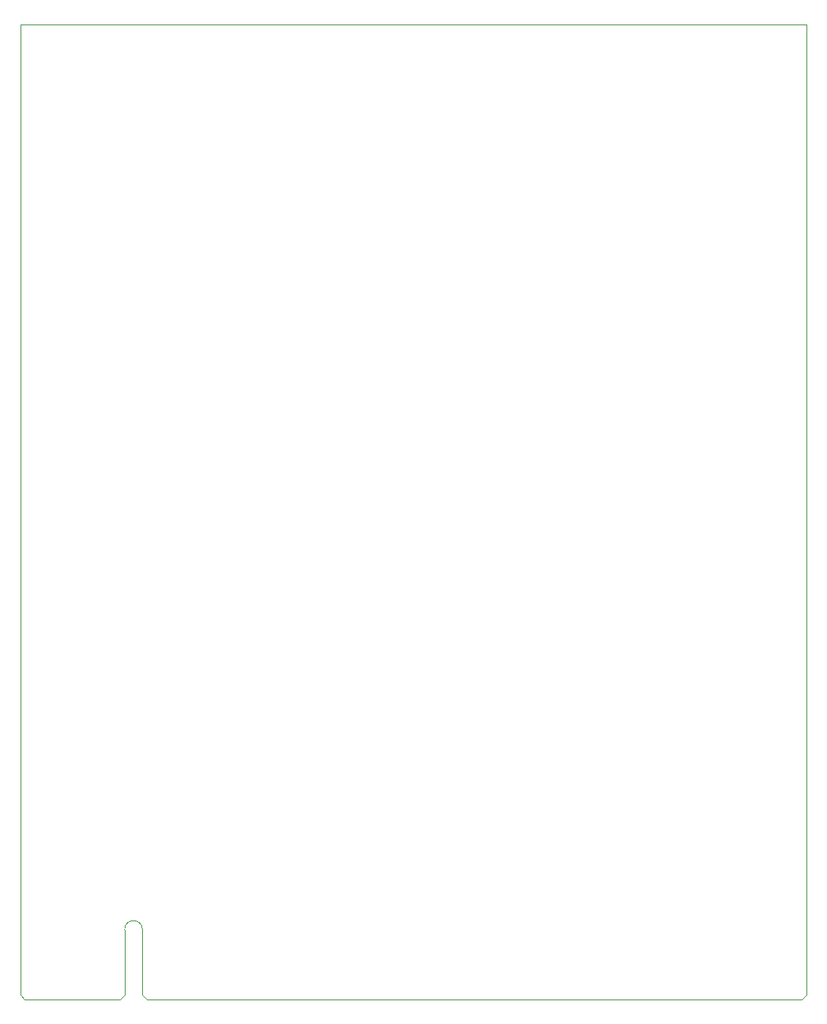
<source format=gbr>
%TF.GenerationSoftware,KiCad,Pcbnew,(6.0.10)*%
%TF.CreationDate,2023-01-26T07:58:06+09:00*%
%TF.ProjectId,AstroPix_telescope,41737472-6f50-4697-985f-74656c657363,1.1*%
%TF.SameCoordinates,Original*%
%TF.FileFunction,Profile,NP*%
%FSLAX46Y46*%
G04 Gerber Fmt 4.6, Leading zero omitted, Abs format (unit mm)*
G04 Created by KiCad (PCBNEW (6.0.10)) date 2023-01-26 07:58:06*
%MOMM*%
%LPD*%
G01*
G04 APERTURE LIST*
%TA.AperFunction,Profile*%
%ADD10C,0.100000*%
%TD*%
G04 APERTURE END LIST*
D10*
X102350000Y-40665000D02*
X186650000Y-40665000D01*
X186650000Y-136715000D02*
X186650000Y-40665000D01*
X102350000Y-136715000D02*
X102350000Y-40665000D01*
%TO.C,P1*%
X113550000Y-137665000D02*
X113550000Y-144615000D01*
X115450000Y-144615000D02*
X115950000Y-145115000D01*
X186650000Y-144615000D02*
X186150000Y-145115000D01*
X102350000Y-144615000D02*
X102850000Y-145115000D01*
X102350000Y-136715000D02*
X102350000Y-144615000D01*
X102850000Y-145115000D02*
X113050000Y-145115000D01*
X115950000Y-145115000D02*
X186150000Y-145115000D01*
X115450000Y-137665000D02*
X115450000Y-144615000D01*
X113550000Y-144615000D02*
X113050000Y-145115000D01*
X186650000Y-136715000D02*
X186650000Y-144615000D01*
X115450000Y-137665000D02*
G75*
G03*
X113550000Y-137665000I-950000J0D01*
G01*
%TD*%
M02*

</source>
